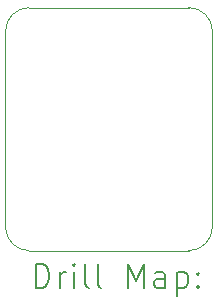
<source format=gbr>
%TF.GenerationSoftware,KiCad,Pcbnew,8.0.4*%
%TF.CreationDate,2025-02-04T23:44:13-05:00*%
%TF.ProjectId,Magnetometer,4d61676e-6574-46f6-9d65-7465722e6b69,rev?*%
%TF.SameCoordinates,Original*%
%TF.FileFunction,Drillmap*%
%TF.FilePolarity,Positive*%
%FSLAX45Y45*%
G04 Gerber Fmt 4.5, Leading zero omitted, Abs format (unit mm)*
G04 Created by KiCad (PCBNEW 8.0.4) date 2025-02-04 23:44:13*
%MOMM*%
%LPD*%
G01*
G04 APERTURE LIST*
%ADD10C,0.050000*%
%ADD11C,0.200000*%
G04 APERTURE END LIST*
D10*
X12823800Y-14147800D02*
X14176400Y-14147800D01*
X14176400Y-16205200D02*
X12823800Y-16205200D01*
X12623800Y-14347800D02*
G75*
G02*
X12823800Y-14147800I200000J0D01*
G01*
X12623800Y-16005200D02*
X12623800Y-14347800D01*
X14176400Y-14147800D02*
G75*
G02*
X14376400Y-14347800I0J-200000D01*
G01*
X14376400Y-16005200D02*
G75*
G02*
X14176400Y-16205200I-200000J0D01*
G01*
X14376400Y-14347800D02*
X14376400Y-16005200D01*
X12823800Y-16205200D02*
G75*
G02*
X12623800Y-16005200I0J200000D01*
G01*
D11*
X12882077Y-16519184D02*
X12882077Y-16319184D01*
X12882077Y-16319184D02*
X12929696Y-16319184D01*
X12929696Y-16319184D02*
X12958267Y-16328708D01*
X12958267Y-16328708D02*
X12977315Y-16347755D01*
X12977315Y-16347755D02*
X12986839Y-16366803D01*
X12986839Y-16366803D02*
X12996362Y-16404898D01*
X12996362Y-16404898D02*
X12996362Y-16433469D01*
X12996362Y-16433469D02*
X12986839Y-16471565D01*
X12986839Y-16471565D02*
X12977315Y-16490612D01*
X12977315Y-16490612D02*
X12958267Y-16509660D01*
X12958267Y-16509660D02*
X12929696Y-16519184D01*
X12929696Y-16519184D02*
X12882077Y-16519184D01*
X13082077Y-16519184D02*
X13082077Y-16385850D01*
X13082077Y-16423946D02*
X13091601Y-16404898D01*
X13091601Y-16404898D02*
X13101124Y-16395374D01*
X13101124Y-16395374D02*
X13120172Y-16385850D01*
X13120172Y-16385850D02*
X13139220Y-16385850D01*
X13205886Y-16519184D02*
X13205886Y-16385850D01*
X13205886Y-16319184D02*
X13196362Y-16328708D01*
X13196362Y-16328708D02*
X13205886Y-16338231D01*
X13205886Y-16338231D02*
X13215410Y-16328708D01*
X13215410Y-16328708D02*
X13205886Y-16319184D01*
X13205886Y-16319184D02*
X13205886Y-16338231D01*
X13329696Y-16519184D02*
X13310648Y-16509660D01*
X13310648Y-16509660D02*
X13301124Y-16490612D01*
X13301124Y-16490612D02*
X13301124Y-16319184D01*
X13434458Y-16519184D02*
X13415410Y-16509660D01*
X13415410Y-16509660D02*
X13405886Y-16490612D01*
X13405886Y-16490612D02*
X13405886Y-16319184D01*
X13663029Y-16519184D02*
X13663029Y-16319184D01*
X13663029Y-16319184D02*
X13729696Y-16462041D01*
X13729696Y-16462041D02*
X13796362Y-16319184D01*
X13796362Y-16319184D02*
X13796362Y-16519184D01*
X13977315Y-16519184D02*
X13977315Y-16414422D01*
X13977315Y-16414422D02*
X13967791Y-16395374D01*
X13967791Y-16395374D02*
X13948743Y-16385850D01*
X13948743Y-16385850D02*
X13910648Y-16385850D01*
X13910648Y-16385850D02*
X13891601Y-16395374D01*
X13977315Y-16509660D02*
X13958267Y-16519184D01*
X13958267Y-16519184D02*
X13910648Y-16519184D01*
X13910648Y-16519184D02*
X13891601Y-16509660D01*
X13891601Y-16509660D02*
X13882077Y-16490612D01*
X13882077Y-16490612D02*
X13882077Y-16471565D01*
X13882077Y-16471565D02*
X13891601Y-16452517D01*
X13891601Y-16452517D02*
X13910648Y-16442993D01*
X13910648Y-16442993D02*
X13958267Y-16442993D01*
X13958267Y-16442993D02*
X13977315Y-16433469D01*
X14072553Y-16385850D02*
X14072553Y-16585850D01*
X14072553Y-16395374D02*
X14091601Y-16385850D01*
X14091601Y-16385850D02*
X14129696Y-16385850D01*
X14129696Y-16385850D02*
X14148743Y-16395374D01*
X14148743Y-16395374D02*
X14158267Y-16404898D01*
X14158267Y-16404898D02*
X14167791Y-16423946D01*
X14167791Y-16423946D02*
X14167791Y-16481088D01*
X14167791Y-16481088D02*
X14158267Y-16500136D01*
X14158267Y-16500136D02*
X14148743Y-16509660D01*
X14148743Y-16509660D02*
X14129696Y-16519184D01*
X14129696Y-16519184D02*
X14091601Y-16519184D01*
X14091601Y-16519184D02*
X14072553Y-16509660D01*
X14253505Y-16500136D02*
X14263029Y-16509660D01*
X14263029Y-16509660D02*
X14253505Y-16519184D01*
X14253505Y-16519184D02*
X14243982Y-16509660D01*
X14243982Y-16509660D02*
X14253505Y-16500136D01*
X14253505Y-16500136D02*
X14253505Y-16519184D01*
X14253505Y-16395374D02*
X14263029Y-16404898D01*
X14263029Y-16404898D02*
X14253505Y-16414422D01*
X14253505Y-16414422D02*
X14243982Y-16404898D01*
X14243982Y-16404898D02*
X14253505Y-16395374D01*
X14253505Y-16395374D02*
X14253505Y-16414422D01*
M02*

</source>
